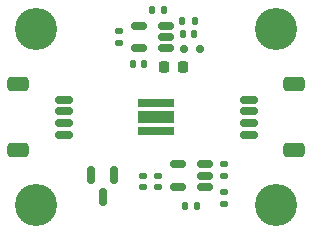
<source format=gts>
%TF.GenerationSoftware,KiCad,Pcbnew,7.0.8-7.0.8~ubuntu22.04.1*%
%TF.CreationDate,2024-02-05T12:43:10-08:00*%
%TF.ProjectId,278nm_ELUC3535NUB_16mA,3237386e-6d5f-4454-9c55-43333533354e,rev?*%
%TF.SameCoordinates,Original*%
%TF.FileFunction,Soldermask,Top*%
%TF.FilePolarity,Negative*%
%FSLAX46Y46*%
G04 Gerber Fmt 4.6, Leading zero omitted, Abs format (unit mm)*
G04 Created by KiCad (PCBNEW 7.0.8-7.0.8~ubuntu22.04.1) date 2024-02-05 12:43:10*
%MOMM*%
%LPD*%
G01*
G04 APERTURE LIST*
G04 Aperture macros list*
%AMRoundRect*
0 Rectangle with rounded corners*
0 $1 Rounding radius*
0 $2 $3 $4 $5 $6 $7 $8 $9 X,Y pos of 4 corners*
0 Add a 4 corners polygon primitive as box body*
4,1,4,$2,$3,$4,$5,$6,$7,$8,$9,$2,$3,0*
0 Add four circle primitives for the rounded corners*
1,1,$1+$1,$2,$3*
1,1,$1+$1,$4,$5*
1,1,$1+$1,$6,$7*
1,1,$1+$1,$8,$9*
0 Add four rect primitives between the rounded corners*
20,1,$1+$1,$2,$3,$4,$5,0*
20,1,$1+$1,$4,$5,$6,$7,0*
20,1,$1+$1,$6,$7,$8,$9,0*
20,1,$1+$1,$8,$9,$2,$3,0*%
G04 Aperture macros list end*
%ADD10RoundRect,0.150000X-0.150000X-0.200000X0.150000X-0.200000X0.150000X0.200000X-0.150000X0.200000X0*%
%ADD11R,3.100000X0.660000*%
%ADD12R,3.100000X1.000000*%
%ADD13C,3.570000*%
%ADD14RoundRect,0.250000X-0.650000X0.350000X-0.650000X-0.350000X0.650000X-0.350000X0.650000X0.350000X0*%
%ADD15RoundRect,0.150000X-0.625000X0.150000X-0.625000X-0.150000X0.625000X-0.150000X0.625000X0.150000X0*%
%ADD16RoundRect,0.250000X0.650000X-0.350000X0.650000X0.350000X-0.650000X0.350000X-0.650000X-0.350000X0*%
%ADD17RoundRect,0.150000X0.625000X-0.150000X0.625000X0.150000X-0.625000X0.150000X-0.625000X-0.150000X0*%
%ADD18RoundRect,0.135000X-0.185000X0.135000X-0.185000X-0.135000X0.185000X-0.135000X0.185000X0.135000X0*%
%ADD19RoundRect,0.135000X0.135000X0.185000X-0.135000X0.185000X-0.135000X-0.185000X0.135000X-0.185000X0*%
%ADD20RoundRect,0.135000X0.185000X-0.135000X0.185000X0.135000X-0.185000X0.135000X-0.185000X-0.135000X0*%
%ADD21RoundRect,0.150000X0.512500X0.150000X-0.512500X0.150000X-0.512500X-0.150000X0.512500X-0.150000X0*%
%ADD22RoundRect,0.140000X0.170000X-0.140000X0.170000X0.140000X-0.170000X0.140000X-0.170000X-0.140000X0*%
%ADD23RoundRect,0.218750X-0.218750X-0.256250X0.218750X-0.256250X0.218750X0.256250X-0.218750X0.256250X0*%
%ADD24RoundRect,0.135000X-0.135000X-0.185000X0.135000X-0.185000X0.135000X0.185000X-0.135000X0.185000X0*%
%ADD25RoundRect,0.140000X0.140000X0.170000X-0.140000X0.170000X-0.140000X-0.170000X0.140000X-0.170000X0*%
%ADD26RoundRect,0.140000X-0.140000X-0.170000X0.140000X-0.170000X0.140000X0.170000X-0.140000X0.170000X0*%
%ADD27RoundRect,0.150000X-0.150000X0.587500X-0.150000X-0.587500X0.150000X-0.587500X0.150000X0.587500X0*%
G04 APERTURE END LIST*
D10*
%TO.C,D2*%
X66450000Y-54200000D03*
X65050000Y-54200000D03*
%TD*%
D11*
%TO.C,D1*%
X62700000Y-58806000D03*
X62700000Y-61194000D03*
D12*
X62700000Y-60000000D03*
%TD*%
D13*
%TO.C,M1*%
X52540000Y-52540000D03*
%TD*%
%TO.C,M2*%
X72860000Y-52540000D03*
%TD*%
%TO.C,M3*%
X72860000Y-67460000D03*
%TD*%
%TO.C,M4*%
X52540000Y-67460000D03*
%TD*%
D14*
%TO.C,J1*%
X51005000Y-62800000D03*
X51005000Y-57200000D03*
D15*
X54880000Y-61500000D03*
X54880000Y-60500000D03*
X54880000Y-59500000D03*
X54880000Y-58500000D03*
%TD*%
D16*
%TO.C,J2*%
X74395000Y-57200000D03*
X74395000Y-62800000D03*
D17*
X70520000Y-58500000D03*
X70520000Y-59500000D03*
X70520000Y-60500000D03*
X70520000Y-61500000D03*
%TD*%
D18*
%TO.C,R1*%
X68427600Y-63982600D03*
X68427600Y-65002600D03*
%TD*%
D19*
%TO.C,R6*%
X63349600Y-50876200D03*
X62329600Y-50876200D03*
%TD*%
D20*
%TO.C,R4*%
X59563000Y-53674200D03*
X59563000Y-52654200D03*
%TD*%
D21*
%TO.C,U2*%
X66795200Y-65881000D03*
X66795200Y-64931000D03*
X66795200Y-63981000D03*
X64520200Y-63981000D03*
X64520200Y-65881000D03*
%TD*%
D22*
%TO.C,C3*%
X62845200Y-65936000D03*
X62845200Y-64976000D03*
%TD*%
D20*
%TO.C,R3*%
X68427600Y-67360800D03*
X68427600Y-66340800D03*
%TD*%
D23*
%TO.C,L1*%
X63372900Y-55753000D03*
X64947900Y-55753000D03*
%TD*%
D24*
%TO.C,R2*%
X65150200Y-67481000D03*
X66170200Y-67481000D03*
%TD*%
D25*
%TO.C,C1*%
X61671200Y-55499000D03*
X60711200Y-55499000D03*
%TD*%
D22*
%TO.C,C4*%
X61620200Y-65941000D03*
X61620200Y-64981000D03*
%TD*%
D26*
%TO.C,C2*%
X64945000Y-52925000D03*
X65905000Y-52925000D03*
%TD*%
D27*
%TO.C,Q1*%
X59105800Y-64897000D03*
X57205800Y-64897000D03*
X58155800Y-66772000D03*
%TD*%
D19*
%TO.C,R5*%
X65945000Y-51875000D03*
X64925000Y-51875000D03*
%TD*%
D21*
%TO.C,U1*%
X63494000Y-54147800D03*
X63494000Y-53197800D03*
X63494000Y-52247800D03*
X61219000Y-52247800D03*
X61219000Y-54147800D03*
%TD*%
M02*

</source>
